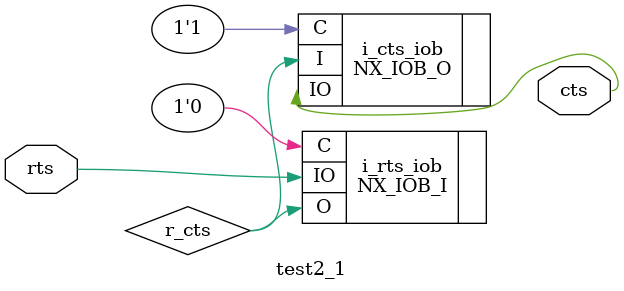
<source format=v>

module test2_1 (
  output         cts,
  input          rts
);

wire r_cts;


NX_IOB_I
  // module:~
  // native(1'b0)
  // ring('d0)
  // mandatory(1'b0)
  // protect(1'b0)
  // map_hdlports("IO£rts")
  // alias_vhdl("NX_IOB_I")
  // alias_vlog("")
  #(
   .differential("")
  ,.slewRate("")
  ,.termination("")
  ,.terminationReference("")
  ,.turbo("")
  ,.weakTermination("")
  ,.inputDelayLine("")
  ,.outputDelayLine("")
  ,.inputSignalSlope("")
  ,.outputCapacity("")
  ,.extra('d1)
  ,.locked(1'b0)
  ,.standard("")
  ,.drive("")
  ,.inputDelayOn("")
  ,.outputDelayOn("")
  ,.dynDrive("")
  ,.dynInput("")
  ,.dynTerm("")
  )
  i_rts_iob (
   .O(r_cts)
  ,.C(1'b0)
  ,.IO(rts)
);

NX_IOB_O
  // module:~
  // native(1'b0)
  // ring('d0)
  // mandatory(1'b0)
  // protect(1'b0)
  // map_hdlports("IO£cts")
  // alias_vhdl("NX_IOB_O")
  // alias_vlog("")
  #(
   .differential("")
  ,.slewRate("")
  ,.termination("")
  ,.terminationReference("")
  ,.turbo("")
  ,.weakTermination("")
  ,.inputDelayLine("")
  ,.outputDelayLine("")
  ,.inputSignalSlope("")
  ,.outputCapacity("")
  ,.extra('d2)
  ,.locked(1'b0)
  ,.standard("")
  ,.drive("")
  ,.inputDelayOn("")
  ,.outputDelayOn("")
  ,.dynDrive("")
  ,.dynInput("")
  ,.dynTerm("")
  )
  i_cts_iob (
   .I(r_cts)
  ,.C(1'b1)
  ,.IO(cts)
);

endmodule

</source>
